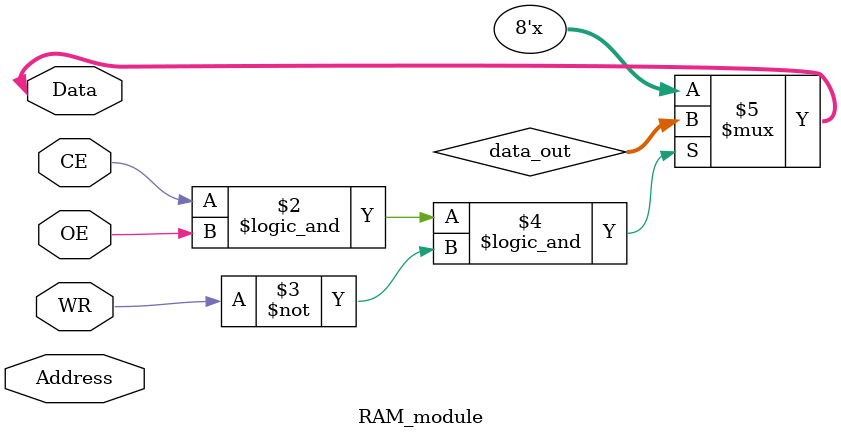
<source format=v>
`timescale 1ns / 1ps


module RAM_module #(parameter size = 5)(
    input CE, WR, OE,
    input [size-1:0] Address,
    inout [7:0] Data
    );

reg [7:0] mem[0:2**size-1];
reg [7:0] data_out;

assign Data = (CE && OE && ~WR) ? data_out : 8'bz;

always @ (CE or WR or Data or Address) begin
    if (CE && WR) begin
        mem[Address] = Data;
    end
end
endmodule

</source>
